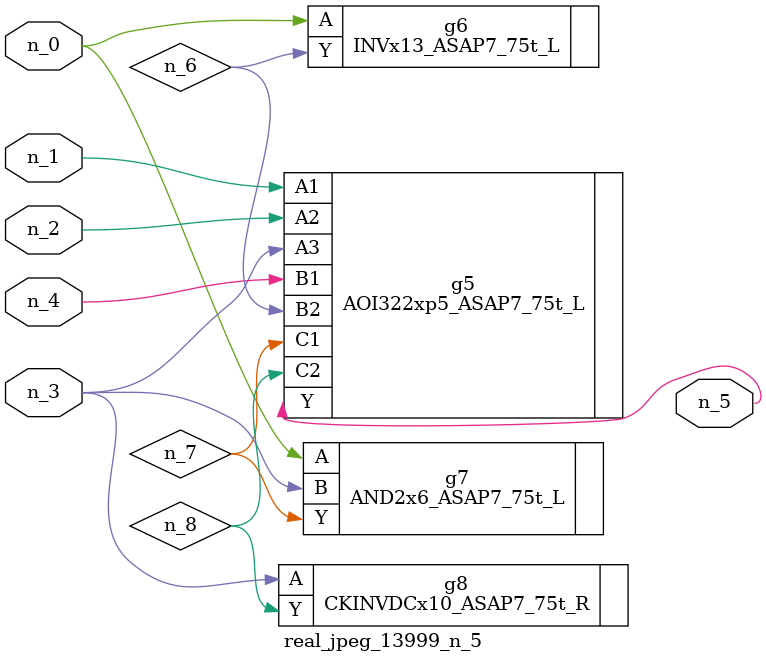
<source format=v>
module real_jpeg_13999_n_5 (n_4, n_0, n_1, n_2, n_3, n_5);

input n_4;
input n_0;
input n_1;
input n_2;
input n_3;

output n_5;

wire n_8;
wire n_6;
wire n_7;

INVx13_ASAP7_75t_L g6 ( 
.A(n_0),
.Y(n_6)
);

AND2x6_ASAP7_75t_L g7 ( 
.A(n_0),
.B(n_3),
.Y(n_7)
);

AOI322xp5_ASAP7_75t_L g5 ( 
.A1(n_1),
.A2(n_2),
.A3(n_3),
.B1(n_4),
.B2(n_6),
.C1(n_7),
.C2(n_8),
.Y(n_5)
);

CKINVDCx10_ASAP7_75t_R g8 ( 
.A(n_3),
.Y(n_8)
);


endmodule
</source>
